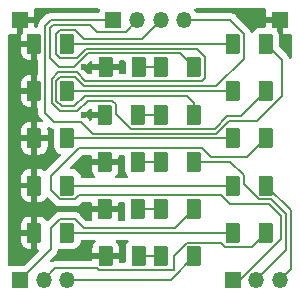
<source format=gbr>
%TF.GenerationSoftware,KiCad,Pcbnew,8.0.3*%
%TF.CreationDate,2024-07-13T20:36:06+02:00*%
%TF.ProjectId,Led Nixie,4c656420-4e69-4786-9965-2e6b69636164,rev?*%
%TF.SameCoordinates,Original*%
%TF.FileFunction,Copper,L1,Top*%
%TF.FilePolarity,Positive*%
%FSLAX46Y46*%
G04 Gerber Fmt 4.6, Leading zero omitted, Abs format (unit mm)*
G04 Created by KiCad (PCBNEW 8.0.3) date 2024-07-13 20:36:06*
%MOMM*%
%LPD*%
G01*
G04 APERTURE LIST*
G04 Aperture macros list*
%AMRoundRect*
0 Rectangle with rounded corners*
0 $1 Rounding radius*
0 $2 $3 $4 $5 $6 $7 $8 $9 X,Y pos of 4 corners*
0 Add a 4 corners polygon primitive as box body*
4,1,4,$2,$3,$4,$5,$6,$7,$8,$9,$2,$3,0*
0 Add four circle primitives for the rounded corners*
1,1,$1+$1,$2,$3*
1,1,$1+$1,$4,$5*
1,1,$1+$1,$6,$7*
1,1,$1+$1,$8,$9*
0 Add four rect primitives between the rounded corners*
20,1,$1+$1,$2,$3,$4,$5,0*
20,1,$1+$1,$4,$5,$6,$7,0*
20,1,$1+$1,$6,$7,$8,$9,0*
20,1,$1+$1,$8,$9,$2,$3,0*%
G04 Aperture macros list end*
%TA.AperFunction,SMDPad,CuDef*%
%ADD10RoundRect,0.250000X-0.375000X-0.625000X0.375000X-0.625000X0.375000X0.625000X-0.375000X0.625000X0*%
%TD*%
%TA.AperFunction,ComponentPad*%
%ADD11R,1.350000X1.350000*%
%TD*%
%TA.AperFunction,ComponentPad*%
%ADD12O,1.350000X1.350000*%
%TD*%
%TA.AperFunction,ViaPad*%
%ADD13C,0.600000*%
%TD*%
%TA.AperFunction,Conductor*%
%ADD14C,0.200000*%
%TD*%
G04 APERTURE END LIST*
D10*
%TO.P,D12,1,K*%
%TO.N,GND*%
X96200000Y-41000000D03*
%TO.P,D12,2,A*%
%TO.N,Net-(D11-K)*%
X99000000Y-41000000D03*
%TD*%
%TO.P,D10,1,K*%
%TO.N,GND*%
X90200000Y-39000000D03*
%TO.P,D10,2,A*%
%TO.N,Net-(D10-A)*%
X93000000Y-39000000D03*
%TD*%
%TO.P,D6,1,K*%
%TO.N,GND*%
X90200000Y-35000000D03*
%TO.P,D6,2,A*%
%TO.N,Net-(D5-K)*%
X93000000Y-35000000D03*
%TD*%
%TO.P,D4,1,K*%
%TO.N,GND*%
X96250000Y-33000000D03*
%TO.P,D4,2,A*%
%TO.N,Net-(D3-K)*%
X99050000Y-33000000D03*
%TD*%
%TO.P,D7,1,K*%
%TO.N,Net-(D7-K)*%
X100950000Y-37000000D03*
%TO.P,D7,2,A*%
%TO.N,Net-(D7-A)*%
X103750000Y-37000000D03*
%TD*%
%TO.P,D16,1,K*%
%TO.N,GND*%
X96200000Y-45000000D03*
%TO.P,D16,2,A*%
%TO.N,Net-(D15-K)*%
X99000000Y-45000000D03*
%TD*%
%TO.P,D2,1,K*%
%TO.N,GND*%
X90200000Y-31000000D03*
%TO.P,D2,2,A*%
%TO.N,Net-(D1-K)*%
X93000000Y-31000000D03*
%TD*%
%TO.P,D15,1,K*%
%TO.N,Net-(D15-K)*%
X100950000Y-45000000D03*
%TO.P,D15,2,A*%
%TO.N,Net-(D15-A)*%
X103750000Y-45000000D03*
%TD*%
%TO.P,D18,1,K*%
%TO.N,GND*%
X90200000Y-47000000D03*
%TO.P,D18,2,A*%
%TO.N,Net-(D17-K)*%
X93000000Y-47000000D03*
%TD*%
%TO.P,D5,1,K*%
%TO.N,Net-(D5-K)*%
X107000000Y-35000000D03*
%TO.P,D5,2,A*%
%TO.N,Net-(D5-A)*%
X109800000Y-35000000D03*
%TD*%
%TO.P,D13,1,K*%
%TO.N,Net-(D13-K)*%
X107000000Y-43000000D03*
%TO.P,D13,2,A*%
%TO.N,Net-(D13-A)*%
X109800000Y-43000000D03*
%TD*%
%TO.P,D8,1,K*%
%TO.N,GND*%
X96200000Y-37000000D03*
%TO.P,D8,2,A*%
%TO.N,Net-(D7-K)*%
X99000000Y-37000000D03*
%TD*%
%TO.P,D3,1,K*%
%TO.N,Net-(D3-K)*%
X100950000Y-33000000D03*
%TO.P,D3,2,A*%
%TO.N,Net-(D3-A)*%
X103750000Y-33000000D03*
%TD*%
%TO.P,D14,1,K*%
%TO.N,GND*%
X90200000Y-43000000D03*
%TO.P,D14,2,A*%
%TO.N,Net-(D13-K)*%
X93000000Y-43000000D03*
%TD*%
%TO.P,D19,1,K*%
%TO.N,Net-(D19-K)*%
X100950000Y-49000000D03*
%TO.P,D19,2,A*%
%TO.N,Net-(D19-A)*%
X103750000Y-49000000D03*
%TD*%
%TO.P,D17,1,K*%
%TO.N,Net-(D17-K)*%
X107000000Y-47000000D03*
%TO.P,D17,2,A*%
%TO.N,Net-(D17-A)*%
X109800000Y-47000000D03*
%TD*%
%TO.P,D11,1,K*%
%TO.N,Net-(D11-K)*%
X100950000Y-41000000D03*
%TO.P,D11,2,A*%
%TO.N,Net-(D11-A)*%
X103750000Y-41000000D03*
%TD*%
%TO.P,D20,1,K*%
%TO.N,GND*%
X96250000Y-49000000D03*
%TO.P,D20,2,A*%
%TO.N,Net-(D19-K)*%
X99050000Y-49000000D03*
%TD*%
%TO.P,D1,1,K*%
%TO.N,Net-(D1-K)*%
X107000000Y-31000000D03*
%TO.P,D1,2,A*%
%TO.N,Net-(D1-A)*%
X109800000Y-31000000D03*
%TD*%
%TO.P,D9,1,K*%
%TO.N,Net-(D10-A)*%
X107000000Y-39000000D03*
%TO.P,D9,2,A*%
%TO.N,Net-(D9-A)*%
X109800000Y-39000000D03*
%TD*%
D11*
%TO.P,J2,1,Pin_1*%
%TO.N,Net-(D9-A)*%
X107000000Y-51000000D03*
D12*
%TO.P,J2,2,Pin_2*%
%TO.N,Net-(D11-A)*%
X109000001Y-51000000D03*
%TO.P,J2,3,Pin_3*%
%TO.N,Net-(D13-A)*%
X111000000Y-51000000D03*
%TD*%
D11*
%TO.P,J3,1,Pin_1*%
%TO.N,Net-(D15-A)*%
X89000000Y-51000000D03*
D12*
%TO.P,J3,2,Pin_2*%
%TO.N,Net-(D17-A)*%
X91000001Y-51000000D03*
%TO.P,J3,3,Pin_3*%
%TO.N,Net-(D19-A)*%
X93000000Y-51000000D03*
%TD*%
D11*
%TO.P,J4,1,Pin_1*%
%TO.N,GND*%
X89000000Y-29000000D03*
%TD*%
%TO.P,J1,1,Pin_1*%
%TO.N,Net-(D1-A)*%
X96900000Y-29000000D03*
D12*
%TO.P,J1,2,Pin_2*%
%TO.N,Net-(D3-A)*%
X98900001Y-29000000D03*
%TO.P,J1,3,Pin_3*%
%TO.N,Net-(D5-A)*%
X100900000Y-29000000D03*
%TO.P,J1,4,Pin_4*%
%TO.N,Net-(D7-A)*%
X102900000Y-29000000D03*
%TD*%
D11*
%TO.P,J5,1,Pin_1*%
%TO.N,GND*%
X111000000Y-29000000D03*
%TD*%
D13*
%TO.N,GND*%
X94400000Y-37000000D03*
X94400000Y-49000000D03*
X94400000Y-41000000D03*
X94400000Y-33000000D03*
X94400000Y-45000000D03*
%TD*%
D14*
%TO.N,Net-(D1-K)*%
X93000000Y-31000000D02*
X107000000Y-31000000D01*
%TO.N,GND*%
X96250000Y-49000000D02*
X94400000Y-49000000D01*
X96200000Y-45000000D02*
X94400000Y-45000000D01*
X96250000Y-33000000D02*
X94400000Y-33000000D01*
X96200000Y-37000000D02*
X94400000Y-37000000D01*
X96200000Y-41000000D02*
X94400000Y-41000000D01*
%TO.N,Net-(D3-K)*%
X99050000Y-33000000D02*
X100950000Y-33000000D01*
X99000000Y-33100000D02*
X99100000Y-33100000D01*
X98900000Y-33000000D02*
X99000000Y-33100000D01*
%TO.N,Net-(D5-K)*%
X93000000Y-35000000D02*
X107000000Y-35000000D01*
%TO.N,Net-(D7-K)*%
X99000000Y-37000000D02*
X100950000Y-37000000D01*
%TO.N,Net-(D10-A)*%
X93000000Y-39000000D02*
X107000000Y-39000000D01*
%TO.N,Net-(D11-K)*%
X99000000Y-41000000D02*
X100950000Y-41000000D01*
%TO.N,Net-(D13-K)*%
X93000000Y-43000000D02*
X107000000Y-43000000D01*
%TO.N,Net-(D15-K)*%
X99000000Y-45000000D02*
X100950000Y-45000000D01*
%TO.N,Net-(D1-A)*%
X96900000Y-29000000D02*
X91600000Y-29000000D01*
X91125000Y-29475000D02*
X91125000Y-36825000D01*
X91900000Y-37600000D02*
X94151471Y-37600000D01*
X109059744Y-37525000D02*
X111200000Y-35384744D01*
X105615256Y-38600000D02*
X106690256Y-37525000D01*
X106690256Y-37525000D02*
X109059744Y-37525000D01*
X91600000Y-29000000D02*
X91125000Y-29475000D01*
X111200000Y-35384744D02*
X111200000Y-32400000D01*
X111200000Y-32400000D02*
X109800000Y-31000000D01*
X91125000Y-36825000D02*
X91900000Y-37600000D01*
X95151471Y-38600000D02*
X105615256Y-38600000D01*
X94151471Y-37600000D02*
X95151471Y-38600000D01*
%TO.N,Net-(D3-A)*%
X98900001Y-29000000D02*
X97925001Y-29975000D01*
X91525000Y-32225000D02*
X92300000Y-33000000D01*
X91525000Y-29675000D02*
X91525000Y-32225000D01*
X94751471Y-31800000D02*
X102550000Y-31800000D01*
X95475000Y-29975000D02*
X94900000Y-29400000D01*
X97925001Y-29975000D02*
X95475000Y-29975000D01*
X93551471Y-33000000D02*
X94751471Y-31800000D01*
X91800000Y-29400000D02*
X91525000Y-29675000D01*
X94900000Y-29400000D02*
X91800000Y-29400000D01*
X102550000Y-31800000D02*
X103750000Y-33000000D01*
X92300000Y-33000000D02*
X93551471Y-33000000D01*
%TO.N,Net-(D5-A)*%
X92075000Y-31859744D02*
X92408148Y-32192892D01*
X92408148Y-32192892D02*
X93792893Y-32192892D01*
X93851471Y-36700000D02*
X94726471Y-35825000D01*
X99300000Y-30600000D02*
X94384744Y-30600000D01*
X94525430Y-34175000D02*
X93775430Y-33425000D01*
X104675000Y-32140256D02*
X104675000Y-33859744D01*
X100900000Y-29000000D02*
X99300000Y-30600000D01*
X97125000Y-36925000D02*
X98375000Y-38175000D01*
X104359744Y-34175000D02*
X94525430Y-34175000D01*
X94384744Y-30600000D02*
X93609744Y-29825000D01*
X93775430Y-33425000D02*
X92224570Y-33425000D01*
X92349570Y-36700000D02*
X93851471Y-36700000D01*
X97125000Y-36140256D02*
X97125000Y-36925000D01*
X91675000Y-36025430D02*
X92349570Y-36700000D01*
X92075000Y-30140256D02*
X92075000Y-31859744D01*
X93609744Y-29825000D02*
X92390256Y-29825000D01*
X94726471Y-35825000D02*
X96809744Y-35825000D01*
X91675000Y-33974570D02*
X91675000Y-36025430D01*
X92390256Y-29825000D02*
X92075000Y-30140256D01*
X92224570Y-33425000D02*
X91675000Y-33974570D01*
X105474570Y-38175000D02*
X106524570Y-37125000D01*
X94585785Y-31400000D02*
X103934744Y-31400000D01*
X96809744Y-35825000D02*
X97125000Y-36140256D01*
X106524570Y-37125000D02*
X107675000Y-37125000D01*
X98375000Y-38175000D02*
X105474570Y-38175000D01*
X93792893Y-32192892D02*
X94585785Y-31400000D01*
X103934744Y-31400000D02*
X104675000Y-32140256D01*
X107675000Y-37125000D02*
X109800000Y-35000000D01*
X104675000Y-33859744D02*
X104359744Y-34175000D01*
%TO.N,Net-(D7-A)*%
X92390256Y-33825000D02*
X92075000Y-34140256D01*
X102900000Y-29000000D02*
X106784744Y-29000000D01*
X93609744Y-33825000D02*
X92390256Y-33825000D01*
X94500000Y-35400000D02*
X103100000Y-35400000D01*
X106784744Y-29000000D02*
X107925000Y-30140256D01*
X92075000Y-34140256D02*
X92075000Y-35859744D01*
X107925000Y-32275000D02*
X105600000Y-34600000D01*
X94384744Y-34600000D02*
X93609744Y-33825000D01*
X103100000Y-35400000D02*
X103750000Y-36050000D01*
X107925000Y-30140256D02*
X107925000Y-32275000D01*
X92515256Y-36300000D02*
X93600000Y-36300000D01*
X105600000Y-34600000D02*
X94384744Y-34600000D01*
X93600000Y-36300000D02*
X94500000Y-35400000D01*
X103750000Y-36050000D02*
X103750000Y-37000000D01*
X92075000Y-35859744D02*
X92515256Y-36300000D01*
%TO.N,Net-(D9-A)*%
X107000000Y-51000000D02*
X107621141Y-51000000D01*
X105134744Y-40600000D02*
X108200000Y-40600000D01*
X106790256Y-44575000D02*
X106007628Y-43792372D01*
X92390256Y-44175000D02*
X91600000Y-43384744D01*
X93609744Y-44175000D02*
X92390256Y-44175000D01*
X108200000Y-40600000D02*
X109800000Y-39000000D01*
X111100000Y-45565686D02*
X110109314Y-44575000D01*
X111100000Y-47521141D02*
X111100000Y-45565686D01*
X91600000Y-42200000D02*
X93975000Y-39825000D01*
X93975000Y-39825000D02*
X104359744Y-39825000D01*
X91600000Y-43384744D02*
X91600000Y-42200000D01*
X106007628Y-43792372D02*
X93992372Y-43792372D01*
X93992372Y-43792372D02*
X93609744Y-44175000D01*
X104359744Y-39825000D02*
X105134744Y-40600000D01*
X107621141Y-51000000D02*
X111100000Y-47521141D01*
X110109314Y-44575000D02*
X106790256Y-44575000D01*
%TO.N,Net-(D11-A)*%
X110275000Y-44175000D02*
X109190256Y-44175000D01*
X111500000Y-48500000D02*
X111500000Y-45400000D01*
X106784744Y-41000000D02*
X103750000Y-41000000D01*
X107925000Y-42909744D02*
X107925000Y-42140256D01*
X109000000Y-51000000D02*
X111500000Y-48500000D01*
X107925000Y-42140256D02*
X106784744Y-41000000D01*
X111500000Y-45400000D02*
X110275000Y-44175000D01*
X109190256Y-44175000D02*
X107925000Y-42909744D01*
%TO.N,Net-(D13-A)*%
X111000000Y-51000000D02*
X111900000Y-50100000D01*
X111900000Y-50100000D02*
X111900000Y-45100000D01*
X111900000Y-45100000D02*
X109800000Y-43000000D01*
%TO.N,Net-(D15-A)*%
X92390256Y-45825000D02*
X93609744Y-45825000D01*
X93609744Y-45825000D02*
X94384744Y-46600000D01*
X94384744Y-46600000D02*
X102150000Y-46600000D01*
X91600000Y-46615256D02*
X92390256Y-45825000D01*
X91600000Y-48400000D02*
X91600000Y-46615256D01*
X102150000Y-46600000D02*
X103750000Y-45000000D01*
X89000000Y-51000000D02*
X91600000Y-48400000D01*
%TO.N,Net-(D17-A)*%
X108625000Y-48175000D02*
X109800000Y-47000000D01*
X91000000Y-51000000D02*
X91975000Y-50025000D01*
X103140256Y-47825000D02*
X106025000Y-47825000D01*
X102009314Y-48955942D02*
X103140256Y-47825000D01*
X102009314Y-50175000D02*
X102009314Y-48955942D01*
X95640256Y-50175000D02*
X102009314Y-50175000D01*
X91975000Y-50025000D02*
X95490256Y-50025000D01*
X106375000Y-48175000D02*
X108625000Y-48175000D01*
X106025000Y-47825000D02*
X106375000Y-48175000D01*
X95490256Y-50025000D02*
X95640256Y-50175000D01*
%TO.N,Net-(D17-K)*%
X93000000Y-47000000D02*
X107000000Y-47000000D01*
%TO.N,Net-(D19-K)*%
X99050000Y-49000000D02*
X100950000Y-49000000D01*
%TO.N,Net-(D19-A)*%
X101750000Y-51000000D02*
X103750000Y-49000000D01*
X93000000Y-51000000D02*
X101750000Y-51000000D01*
%TD*%
%TA.AperFunction,Conductor*%
%TO.N,GND*%
G36*
X89250000Y-30094000D02*
G01*
X89230315Y-30161039D01*
X89177511Y-30206794D01*
X89126000Y-30218000D01*
X89086921Y-30218000D01*
X89085494Y-30222304D01*
X89085493Y-30222308D01*
X89075000Y-30325013D01*
X89075000Y-30750000D01*
X90326000Y-30750000D01*
X90393039Y-30769685D01*
X90438794Y-30822489D01*
X90450000Y-30874000D01*
X90450000Y-32374999D01*
X90486319Y-32411318D01*
X90483979Y-32413657D01*
X90513294Y-32447488D01*
X90524500Y-32498999D01*
X90524500Y-33501000D01*
X90504815Y-33568039D01*
X90483846Y-33586208D01*
X90486319Y-33588681D01*
X90450000Y-33625000D01*
X90450000Y-36374999D01*
X90486319Y-36411318D01*
X90483979Y-36413657D01*
X90513294Y-36447488D01*
X90524500Y-36498999D01*
X90524500Y-36738330D01*
X90524499Y-36738348D01*
X90524499Y-36904054D01*
X90524498Y-36904054D01*
X90524499Y-36904057D01*
X90565423Y-37056785D01*
X90565424Y-37056786D01*
X90578281Y-37079057D01*
X90578282Y-37079058D01*
X90644475Y-37193709D01*
X90644481Y-37193717D01*
X90763344Y-37312580D01*
X90763349Y-37312584D01*
X90856285Y-37405520D01*
X90894001Y-37443236D01*
X90927485Y-37504559D01*
X90922501Y-37574251D01*
X90880629Y-37630184D01*
X90815165Y-37654601D01*
X90767315Y-37648623D01*
X90727697Y-37635494D01*
X90727690Y-37635493D01*
X90624986Y-37625000D01*
X90450000Y-37625000D01*
X90450000Y-38750000D01*
X91324999Y-38750000D01*
X91324999Y-38325028D01*
X91324998Y-38325013D01*
X91314505Y-38222302D01*
X91301378Y-38182685D01*
X91298976Y-38112856D01*
X91334708Y-38052814D01*
X91397229Y-38021622D01*
X91466688Y-38029183D01*
X91506761Y-38055997D01*
X91531284Y-38080520D01*
X91531286Y-38080521D01*
X91531287Y-38080522D01*
X91531290Y-38080524D01*
X91587292Y-38112856D01*
X91668216Y-38159577D01*
X91783459Y-38190457D01*
X91843116Y-38226820D01*
X91873645Y-38289667D01*
X91874721Y-38322824D01*
X91874500Y-38324981D01*
X91874500Y-39675001D01*
X91874501Y-39675018D01*
X91885000Y-39777796D01*
X91885001Y-39777799D01*
X91927591Y-39906324D01*
X91940186Y-39944334D01*
X92032288Y-40093656D01*
X92156344Y-40217712D01*
X92305666Y-40309814D01*
X92366672Y-40330029D01*
X92424115Y-40369800D01*
X92450939Y-40434315D01*
X92438624Y-40503091D01*
X92415348Y-40535415D01*
X91231286Y-41719478D01*
X91231283Y-41719481D01*
X91189822Y-41760941D01*
X91128499Y-41794426D01*
X91058807Y-41789440D01*
X91037045Y-41778798D01*
X90894124Y-41690643D01*
X90894119Y-41690641D01*
X90727697Y-41635494D01*
X90727690Y-41635493D01*
X90624986Y-41625000D01*
X90450000Y-41625000D01*
X90450000Y-44374999D01*
X90624972Y-44374999D01*
X90624986Y-44374998D01*
X90727697Y-44364505D01*
X90894119Y-44309358D01*
X90894124Y-44309356D01*
X91043345Y-44217315D01*
X91167315Y-44093345D01*
X91196403Y-44046187D01*
X91248351Y-43999463D01*
X91317313Y-43988240D01*
X91381396Y-44016084D01*
X91389623Y-44023603D01*
X91675376Y-44309356D01*
X92021540Y-44655520D01*
X92021542Y-44655521D01*
X92021546Y-44655524D01*
X92158465Y-44734573D01*
X92158472Y-44734577D01*
X92311199Y-44775501D01*
X92311201Y-44775501D01*
X92476910Y-44775501D01*
X92476926Y-44775500D01*
X93523075Y-44775500D01*
X93523091Y-44775501D01*
X93530687Y-44775501D01*
X93688798Y-44775501D01*
X93688801Y-44775501D01*
X93841529Y-44734577D01*
X93891648Y-44705639D01*
X93978460Y-44655520D01*
X94090264Y-44543716D01*
X94090265Y-44543714D01*
X94204790Y-44429190D01*
X94266113Y-44395706D01*
X94292471Y-44392872D01*
X94951000Y-44392872D01*
X95018039Y-44412557D01*
X95063794Y-44465361D01*
X95075000Y-44516872D01*
X95075000Y-44750000D01*
X97324999Y-44750000D01*
X97324999Y-44516872D01*
X97344684Y-44449833D01*
X97397488Y-44404078D01*
X97448999Y-44392872D01*
X97750500Y-44392872D01*
X97817539Y-44412557D01*
X97863294Y-44465361D01*
X97874500Y-44516872D01*
X97874500Y-45675001D01*
X97874501Y-45675018D01*
X97885000Y-45777796D01*
X97904452Y-45836495D01*
X97906854Y-45906324D01*
X97871122Y-45966366D01*
X97808602Y-45997559D01*
X97786746Y-45999500D01*
X97412727Y-45999500D01*
X97345688Y-45979815D01*
X97299933Y-45927011D01*
X97289989Y-45857853D01*
X97295021Y-45836496D01*
X97314505Y-45777697D01*
X97314506Y-45777690D01*
X97324999Y-45674986D01*
X97325000Y-45674973D01*
X97325000Y-45250000D01*
X95075001Y-45250000D01*
X95075001Y-45674986D01*
X95085494Y-45777697D01*
X95104978Y-45836496D01*
X95107380Y-45906325D01*
X95071648Y-45966366D01*
X95009127Y-45997559D01*
X94987272Y-45999500D01*
X94684842Y-45999500D01*
X94617803Y-45979815D01*
X94597161Y-45963181D01*
X94097334Y-45463355D01*
X94097332Y-45463352D01*
X93978461Y-45344481D01*
X93978460Y-45344480D01*
X93891648Y-45294360D01*
X93891648Y-45294359D01*
X93891644Y-45294358D01*
X93841529Y-45265423D01*
X93688801Y-45224499D01*
X93530687Y-45224499D01*
X93523091Y-45224499D01*
X93523075Y-45224500D01*
X92476926Y-45224500D01*
X92476910Y-45224499D01*
X92469314Y-45224499D01*
X92311199Y-45224499D01*
X92234835Y-45244961D01*
X92158470Y-45265423D01*
X92158465Y-45265426D01*
X92021546Y-45344475D01*
X92021538Y-45344481D01*
X91389622Y-45976396D01*
X91328299Y-46009881D01*
X91258607Y-46004897D01*
X91202674Y-45963025D01*
X91196402Y-45953811D01*
X91167317Y-45906656D01*
X91043345Y-45782684D01*
X90894124Y-45690643D01*
X90894119Y-45690641D01*
X90727697Y-45635494D01*
X90727690Y-45635493D01*
X90624986Y-45625000D01*
X90450000Y-45625000D01*
X90450000Y-48374999D01*
X90476402Y-48374999D01*
X90543441Y-48394684D01*
X90589196Y-48447488D01*
X90599140Y-48516646D01*
X90570115Y-48580202D01*
X90564083Y-48586680D01*
X89362582Y-49788181D01*
X89301259Y-49821666D01*
X89274901Y-49824500D01*
X88277129Y-49824500D01*
X88277123Y-49824501D01*
X88217514Y-49830909D01*
X88167832Y-49849439D01*
X88098140Y-49854423D01*
X88036817Y-49820937D01*
X88003333Y-49759613D01*
X88000500Y-49733257D01*
X88000500Y-47674986D01*
X89075001Y-47674986D01*
X89085494Y-47777697D01*
X89140641Y-47944119D01*
X89140643Y-47944124D01*
X89232684Y-48093345D01*
X89356654Y-48217315D01*
X89505875Y-48309356D01*
X89505880Y-48309358D01*
X89672302Y-48364505D01*
X89672309Y-48364506D01*
X89775019Y-48374999D01*
X89949999Y-48374999D01*
X89950000Y-48374998D01*
X89950000Y-47250000D01*
X89075001Y-47250000D01*
X89075001Y-47674986D01*
X88000500Y-47674986D01*
X88000500Y-46325013D01*
X89075000Y-46325013D01*
X89075000Y-46750000D01*
X89950000Y-46750000D01*
X89950000Y-45625000D01*
X89775029Y-45625000D01*
X89775012Y-45625001D01*
X89672302Y-45635494D01*
X89505880Y-45690641D01*
X89505875Y-45690643D01*
X89356654Y-45782684D01*
X89232684Y-45906654D01*
X89140643Y-46055875D01*
X89140641Y-46055880D01*
X89085494Y-46222302D01*
X89085493Y-46222309D01*
X89075000Y-46325013D01*
X88000500Y-46325013D01*
X88000500Y-43674986D01*
X89075001Y-43674986D01*
X89085494Y-43777697D01*
X89140641Y-43944119D01*
X89140643Y-43944124D01*
X89232684Y-44093345D01*
X89356654Y-44217315D01*
X89505875Y-44309356D01*
X89505880Y-44309358D01*
X89672302Y-44364505D01*
X89672309Y-44364506D01*
X89775019Y-44374999D01*
X89949999Y-44374999D01*
X89950000Y-44374998D01*
X89950000Y-43250000D01*
X89075001Y-43250000D01*
X89075001Y-43674986D01*
X88000500Y-43674986D01*
X88000500Y-42325013D01*
X89075000Y-42325013D01*
X89075000Y-42750000D01*
X89950000Y-42750000D01*
X89950000Y-41625000D01*
X89775029Y-41625000D01*
X89775012Y-41625001D01*
X89672302Y-41635494D01*
X89505880Y-41690641D01*
X89505875Y-41690643D01*
X89356654Y-41782684D01*
X89232684Y-41906654D01*
X89140643Y-42055875D01*
X89140641Y-42055880D01*
X89085494Y-42222302D01*
X89085493Y-42222309D01*
X89075000Y-42325013D01*
X88000500Y-42325013D01*
X88000500Y-39674986D01*
X89075001Y-39674986D01*
X89085494Y-39777697D01*
X89140641Y-39944119D01*
X89140643Y-39944124D01*
X89232684Y-40093345D01*
X89356654Y-40217315D01*
X89505875Y-40309356D01*
X89505880Y-40309358D01*
X89672302Y-40364505D01*
X89672309Y-40364506D01*
X89775019Y-40374999D01*
X89949999Y-40374999D01*
X90450000Y-40374999D01*
X90624972Y-40374999D01*
X90624986Y-40374998D01*
X90727697Y-40364505D01*
X90894119Y-40309358D01*
X90894124Y-40309356D01*
X91043345Y-40217315D01*
X91167315Y-40093345D01*
X91259356Y-39944124D01*
X91259358Y-39944119D01*
X91314505Y-39777697D01*
X91314506Y-39777690D01*
X91324999Y-39674986D01*
X91325000Y-39674973D01*
X91325000Y-39250000D01*
X90450000Y-39250000D01*
X90450000Y-40374999D01*
X89949999Y-40374999D01*
X89950000Y-40374998D01*
X89950000Y-39250000D01*
X89075001Y-39250000D01*
X89075001Y-39674986D01*
X88000500Y-39674986D01*
X88000500Y-38325013D01*
X89075000Y-38325013D01*
X89075000Y-38750000D01*
X89950000Y-38750000D01*
X89950000Y-37625000D01*
X89775029Y-37625000D01*
X89775012Y-37625001D01*
X89672302Y-37635494D01*
X89505880Y-37690641D01*
X89505875Y-37690643D01*
X89356654Y-37782684D01*
X89232684Y-37906654D01*
X89140643Y-38055875D01*
X89140641Y-38055880D01*
X89085494Y-38222302D01*
X89085493Y-38222309D01*
X89075000Y-38325013D01*
X88000500Y-38325013D01*
X88000500Y-35674986D01*
X89075001Y-35674986D01*
X89085494Y-35777697D01*
X89140641Y-35944119D01*
X89140643Y-35944124D01*
X89232684Y-36093345D01*
X89356654Y-36217315D01*
X89505875Y-36309356D01*
X89505880Y-36309358D01*
X89672302Y-36364505D01*
X89672309Y-36364506D01*
X89775019Y-36374999D01*
X89949999Y-36374999D01*
X89950000Y-36374998D01*
X89950000Y-35250000D01*
X89075001Y-35250000D01*
X89075001Y-35674986D01*
X88000500Y-35674986D01*
X88000500Y-34325013D01*
X89075000Y-34325013D01*
X89075000Y-34750000D01*
X89950000Y-34750000D01*
X89950000Y-33625000D01*
X89775029Y-33625000D01*
X89775012Y-33625001D01*
X89672302Y-33635494D01*
X89505880Y-33690641D01*
X89505875Y-33690643D01*
X89356654Y-33782684D01*
X89232684Y-33906654D01*
X89140643Y-34055875D01*
X89140641Y-34055880D01*
X89085494Y-34222302D01*
X89085493Y-34222309D01*
X89075000Y-34325013D01*
X88000500Y-34325013D01*
X88000500Y-31674986D01*
X89075001Y-31674986D01*
X89085494Y-31777697D01*
X89140641Y-31944119D01*
X89140643Y-31944124D01*
X89232684Y-32093345D01*
X89356654Y-32217315D01*
X89505875Y-32309356D01*
X89505880Y-32309358D01*
X89672302Y-32364505D01*
X89672309Y-32364506D01*
X89775019Y-32374999D01*
X89949999Y-32374999D01*
X89950000Y-32374998D01*
X89950000Y-31250000D01*
X89075001Y-31250000D01*
X89075001Y-31674986D01*
X88000500Y-31674986D01*
X88000500Y-30266209D01*
X88020185Y-30199170D01*
X88072989Y-30153415D01*
X88142147Y-30143471D01*
X88167834Y-30150027D01*
X88217623Y-30168597D01*
X88217627Y-30168598D01*
X88277155Y-30174999D01*
X88277172Y-30175000D01*
X88750000Y-30175000D01*
X88750000Y-29315686D01*
X88754394Y-29320080D01*
X88845606Y-29372741D01*
X88947339Y-29400000D01*
X89052661Y-29400000D01*
X89154394Y-29372741D01*
X89245606Y-29320080D01*
X89250000Y-29315686D01*
X89250000Y-30094000D01*
G37*
%TD.AperFunction*%
%TA.AperFunction,Conductor*%
G36*
X95356516Y-47620185D02*
G01*
X95402271Y-47672989D01*
X95412215Y-47742147D01*
X95383190Y-47805703D01*
X95377158Y-47812181D01*
X95282684Y-47906654D01*
X95190643Y-48055875D01*
X95190641Y-48055880D01*
X95135494Y-48222302D01*
X95135493Y-48222309D01*
X95125000Y-48325013D01*
X95125000Y-48750000D01*
X97374999Y-48750000D01*
X97374999Y-48325028D01*
X97374998Y-48325013D01*
X97364505Y-48222302D01*
X97309358Y-48055880D01*
X97309356Y-48055875D01*
X97217315Y-47906654D01*
X97122842Y-47812181D01*
X97089357Y-47750858D01*
X97094341Y-47681166D01*
X97136213Y-47625233D01*
X97201677Y-47600816D01*
X97210523Y-47600500D01*
X98088770Y-47600500D01*
X98155809Y-47620185D01*
X98201564Y-47672989D01*
X98211508Y-47742147D01*
X98182483Y-47805703D01*
X98176451Y-47812181D01*
X98082289Y-47906342D01*
X97990187Y-48055663D01*
X97990185Y-48055668D01*
X97990115Y-48055880D01*
X97935001Y-48222203D01*
X97935001Y-48222204D01*
X97935000Y-48222204D01*
X97924500Y-48324983D01*
X97924500Y-48324991D01*
X97924500Y-48917148D01*
X97924501Y-49450500D01*
X97904816Y-49517539D01*
X97852013Y-49563294D01*
X97800501Y-49574500D01*
X97499000Y-49574500D01*
X97431961Y-49554815D01*
X97386206Y-49502011D01*
X97375000Y-49450500D01*
X97375000Y-49250000D01*
X95125001Y-49250000D01*
X95125001Y-49300500D01*
X95105316Y-49367539D01*
X95052512Y-49413294D01*
X95001001Y-49424500D01*
X91895942Y-49424500D01*
X91743214Y-49465423D01*
X91722594Y-49477328D01*
X91719598Y-49479059D01*
X91717069Y-49480519D01*
X91717062Y-49480523D01*
X91708536Y-49485445D01*
X91640636Y-49501914D01*
X91574610Y-49479059D01*
X91531421Y-49424136D01*
X91524783Y-49354583D01*
X91556802Y-49292481D01*
X91558860Y-49290374D01*
X91659244Y-49189990D01*
X91958506Y-48890727D01*
X91958511Y-48890724D01*
X91968714Y-48880520D01*
X91968716Y-48880520D01*
X92080520Y-48768716D01*
X92145874Y-48655519D01*
X92159577Y-48631785D01*
X92200500Y-48479058D01*
X92200500Y-48446685D01*
X92220185Y-48379646D01*
X92272989Y-48333891D01*
X92342147Y-48323947D01*
X92363497Y-48328977D01*
X92472203Y-48364999D01*
X92574991Y-48375500D01*
X93425008Y-48375499D01*
X93425016Y-48375498D01*
X93425019Y-48375498D01*
X93481302Y-48369748D01*
X93527797Y-48364999D01*
X93694334Y-48309814D01*
X93843656Y-48217712D01*
X93967712Y-48093656D01*
X94059814Y-47944334D01*
X94114999Y-47777797D01*
X94118641Y-47742147D01*
X94121732Y-47711897D01*
X94148129Y-47647205D01*
X94205310Y-47607054D01*
X94245090Y-47600500D01*
X95289477Y-47600500D01*
X95356516Y-47620185D01*
G37*
%TD.AperFunction*%
%TA.AperFunction,Conductor*%
G36*
X95018039Y-40445185D02*
G01*
X95063794Y-40497989D01*
X95075000Y-40549500D01*
X95075000Y-40750000D01*
X97324999Y-40750000D01*
X97324999Y-40549500D01*
X97344684Y-40482461D01*
X97397488Y-40436706D01*
X97448999Y-40425500D01*
X97750500Y-40425500D01*
X97817539Y-40445185D01*
X97863294Y-40497989D01*
X97874500Y-40549500D01*
X97874500Y-41675001D01*
X97874501Y-41675018D01*
X97885000Y-41777796D01*
X97885001Y-41777799D01*
X97927597Y-41906342D01*
X97940186Y-41944334D01*
X98032096Y-42093345D01*
X98032289Y-42093657D01*
X98126451Y-42187819D01*
X98159936Y-42249142D01*
X98154952Y-42318834D01*
X98113080Y-42374767D01*
X98047616Y-42399184D01*
X98038770Y-42399500D01*
X97160523Y-42399500D01*
X97093484Y-42379815D01*
X97047729Y-42327011D01*
X97037785Y-42257853D01*
X97066810Y-42194297D01*
X97072842Y-42187819D01*
X97167315Y-42093345D01*
X97259356Y-41944124D01*
X97259358Y-41944119D01*
X97314505Y-41777697D01*
X97314506Y-41777690D01*
X97324999Y-41674986D01*
X97325000Y-41674973D01*
X97325000Y-41250000D01*
X95075001Y-41250000D01*
X95075001Y-41674986D01*
X95085494Y-41777697D01*
X95140641Y-41944119D01*
X95140643Y-41944124D01*
X95232684Y-42093345D01*
X95327158Y-42187819D01*
X95360643Y-42249142D01*
X95355659Y-42318834D01*
X95313787Y-42374767D01*
X95248323Y-42399184D01*
X95239477Y-42399500D01*
X94245089Y-42399500D01*
X94178050Y-42379815D01*
X94132295Y-42327011D01*
X94121731Y-42288102D01*
X94119839Y-42269591D01*
X94114999Y-42222203D01*
X94059814Y-42055666D01*
X93967712Y-41906344D01*
X93843656Y-41782288D01*
X93694334Y-41690186D01*
X93527797Y-41635001D01*
X93527795Y-41635000D01*
X93425016Y-41624500D01*
X93425009Y-41624500D01*
X93324096Y-41624500D01*
X93257057Y-41604815D01*
X93211302Y-41552011D01*
X93201358Y-41482853D01*
X93230383Y-41419297D01*
X93236415Y-41412819D01*
X93680519Y-40968716D01*
X94187416Y-40461819D01*
X94248739Y-40428334D01*
X94275097Y-40425500D01*
X94951000Y-40425500D01*
X95018039Y-40445185D01*
G37*
%TD.AperFunction*%
%TA.AperFunction,Conductor*%
G36*
X94994334Y-36508885D02*
G01*
X95050267Y-36550757D01*
X95074684Y-36616221D01*
X95075000Y-36625067D01*
X95075000Y-36750000D01*
X96326000Y-36750000D01*
X96393039Y-36769685D01*
X96438794Y-36822489D01*
X96450000Y-36874000D01*
X96450000Y-37126000D01*
X96430315Y-37193039D01*
X96377511Y-37238794D01*
X96326000Y-37250000D01*
X95075000Y-37250000D01*
X95075000Y-37374933D01*
X95055315Y-37441972D01*
X95002511Y-37487727D01*
X94933352Y-37497670D01*
X94869797Y-37468644D01*
X94863319Y-37462613D01*
X94639061Y-37238355D01*
X94639059Y-37238352D01*
X94520188Y-37119481D01*
X94520183Y-37119477D01*
X94508640Y-37112813D01*
X94460425Y-37062246D01*
X94447201Y-36993639D01*
X94473169Y-36928775D01*
X94482949Y-36917755D01*
X94863320Y-36537385D01*
X94924642Y-36503901D01*
X94994334Y-36508885D01*
G37*
%TD.AperFunction*%
%TA.AperFunction,Conductor*%
G36*
X97867539Y-32420185D02*
G01*
X97913294Y-32472989D01*
X97924500Y-32524500D01*
X97924501Y-33450500D01*
X97904817Y-33517539D01*
X97852013Y-33563294D01*
X97800501Y-33574500D01*
X97499000Y-33574500D01*
X97431961Y-33554815D01*
X97386206Y-33502011D01*
X97375000Y-33450500D01*
X97375000Y-33250000D01*
X95125001Y-33250000D01*
X95125001Y-33450500D01*
X95105316Y-33517539D01*
X95052512Y-33563294D01*
X95001001Y-33574500D01*
X94825527Y-33574500D01*
X94758488Y-33554815D01*
X94737846Y-33538181D01*
X94387866Y-33188201D01*
X94354381Y-33126878D01*
X94359365Y-33057186D01*
X94387866Y-33012839D01*
X94625608Y-32775097D01*
X94913320Y-32487384D01*
X94974642Y-32453901D01*
X95044334Y-32458885D01*
X95100267Y-32500757D01*
X95124684Y-32566221D01*
X95125000Y-32575067D01*
X95125000Y-32750000D01*
X97374999Y-32750000D01*
X97374999Y-32524500D01*
X97394684Y-32457461D01*
X97447488Y-32411706D01*
X97498999Y-32400500D01*
X97800500Y-32400500D01*
X97867539Y-32420185D01*
G37*
%TD.AperFunction*%
%TA.AperFunction,Conductor*%
G36*
X111250000Y-30175000D02*
G01*
X111722828Y-30175000D01*
X111722844Y-30174999D01*
X111782372Y-30168598D01*
X111782376Y-30168597D01*
X111832166Y-30150027D01*
X111901858Y-30145043D01*
X111963181Y-30178528D01*
X111996666Y-30239851D01*
X111999500Y-30266209D01*
X111999500Y-32124050D01*
X111979815Y-32191089D01*
X111927011Y-32236844D01*
X111857853Y-32246788D01*
X111794297Y-32217763D01*
X111763643Y-32175252D01*
X111763641Y-32175254D01*
X111763625Y-32175226D01*
X111760938Y-32171500D01*
X111759578Y-32168217D01*
X111734078Y-32124050D01*
X111715302Y-32091529D01*
X111697791Y-32061199D01*
X111680521Y-32031285D01*
X111564385Y-31915149D01*
X111564374Y-31915139D01*
X110961818Y-31312583D01*
X110928333Y-31251260D01*
X110925499Y-31224902D01*
X110925499Y-30324998D01*
X110925498Y-30324981D01*
X110914999Y-30222203D01*
X110914998Y-30222200D01*
X110905752Y-30194297D01*
X110859814Y-30055666D01*
X110842354Y-30027359D01*
X110768461Y-29907558D01*
X110750000Y-29842462D01*
X110750000Y-29315686D01*
X110754394Y-29320080D01*
X110845606Y-29372741D01*
X110947339Y-29400000D01*
X111052661Y-29400000D01*
X111154394Y-29372741D01*
X111245606Y-29320080D01*
X111250000Y-29315686D01*
X111250000Y-30175000D01*
G37*
%TD.AperFunction*%
%TA.AperFunction,Conductor*%
G36*
X109800830Y-28020185D02*
G01*
X109846585Y-28072989D01*
X109856529Y-28142147D01*
X109849973Y-28167834D01*
X109831402Y-28217623D01*
X109831401Y-28217627D01*
X109825000Y-28277155D01*
X109825000Y-28750000D01*
X110684314Y-28750000D01*
X110679920Y-28754394D01*
X110627259Y-28845606D01*
X110600000Y-28947339D01*
X110600000Y-29052661D01*
X110627259Y-29154394D01*
X110679920Y-29245606D01*
X110684314Y-29250000D01*
X109825000Y-29250000D01*
X109825000Y-29500500D01*
X109805315Y-29567539D01*
X109752511Y-29613294D01*
X109701000Y-29624500D01*
X109374999Y-29624500D01*
X109374980Y-29624501D01*
X109272203Y-29635000D01*
X109272200Y-29635001D01*
X109105668Y-29690185D01*
X109105663Y-29690187D01*
X108956342Y-29782289D01*
X108832289Y-29906342D01*
X108740396Y-30055325D01*
X108688448Y-30102049D01*
X108619485Y-30113272D01*
X108555403Y-30085428D01*
X108516547Y-30027359D01*
X108515088Y-30022343D01*
X108508968Y-29999500D01*
X108484577Y-29908472D01*
X108483347Y-29906342D01*
X108405524Y-29771546D01*
X108405521Y-29771542D01*
X108405520Y-29771540D01*
X108293716Y-29659736D01*
X108293715Y-29659735D01*
X108289385Y-29655405D01*
X108289374Y-29655395D01*
X107272334Y-28638355D01*
X107272332Y-28638352D01*
X107153461Y-28519481D01*
X107153460Y-28519480D01*
X107066648Y-28469360D01*
X107066648Y-28469359D01*
X107066644Y-28469358D01*
X107016529Y-28440423D01*
X106863801Y-28399499D01*
X106705687Y-28399499D01*
X106698091Y-28399499D01*
X106698075Y-28399500D01*
X103981294Y-28399500D01*
X103914255Y-28379815D01*
X103882340Y-28350227D01*
X103782205Y-28217627D01*
X103772427Y-28204678D01*
X103772426Y-28204677D01*
X103768972Y-28200103D01*
X103770913Y-28198636D01*
X103744878Y-28145266D01*
X103753058Y-28075877D01*
X103797453Y-28021925D01*
X103863970Y-28000540D01*
X103867127Y-28000500D01*
X109733791Y-28000500D01*
X109800830Y-28020185D01*
G37*
%TD.AperFunction*%
%TA.AperFunction,Conductor*%
G36*
X95700297Y-28020185D02*
G01*
X95746052Y-28072989D01*
X95755996Y-28142147D01*
X95749440Y-28167834D01*
X95730908Y-28217518D01*
X95724501Y-28277116D01*
X95724322Y-28280452D01*
X95723065Y-28280384D01*
X95704815Y-28342539D01*
X95652011Y-28388294D01*
X95600500Y-28399500D01*
X91520940Y-28399500D01*
X91480019Y-28410464D01*
X91480019Y-28410465D01*
X91442751Y-28420451D01*
X91368214Y-28440423D01*
X91368209Y-28440426D01*
X91231290Y-28519475D01*
X91231282Y-28519481D01*
X90644479Y-29106284D01*
X90619347Y-29149815D01*
X90608724Y-29168216D01*
X90565423Y-29243215D01*
X90524499Y-29395943D01*
X90524499Y-29395945D01*
X90524499Y-29501000D01*
X90504814Y-29568039D01*
X90452010Y-29613794D01*
X90400499Y-29625000D01*
X90299000Y-29625000D01*
X90231961Y-29605315D01*
X90186206Y-29552511D01*
X90175000Y-29501000D01*
X90175000Y-29250000D01*
X89315686Y-29250000D01*
X89320080Y-29245606D01*
X89372741Y-29154394D01*
X89400000Y-29052661D01*
X89400000Y-28947339D01*
X89372741Y-28845606D01*
X89320080Y-28754394D01*
X89315686Y-28750000D01*
X90175000Y-28750000D01*
X90175000Y-28277172D01*
X90174999Y-28277155D01*
X90168598Y-28217627D01*
X90168597Y-28217623D01*
X90150027Y-28167834D01*
X90145043Y-28098142D01*
X90178528Y-28036819D01*
X90239851Y-28003334D01*
X90266209Y-28000500D01*
X95633258Y-28000500D01*
X95700297Y-28020185D01*
G37*
%TD.AperFunction*%
%TD*%
M02*

</source>
